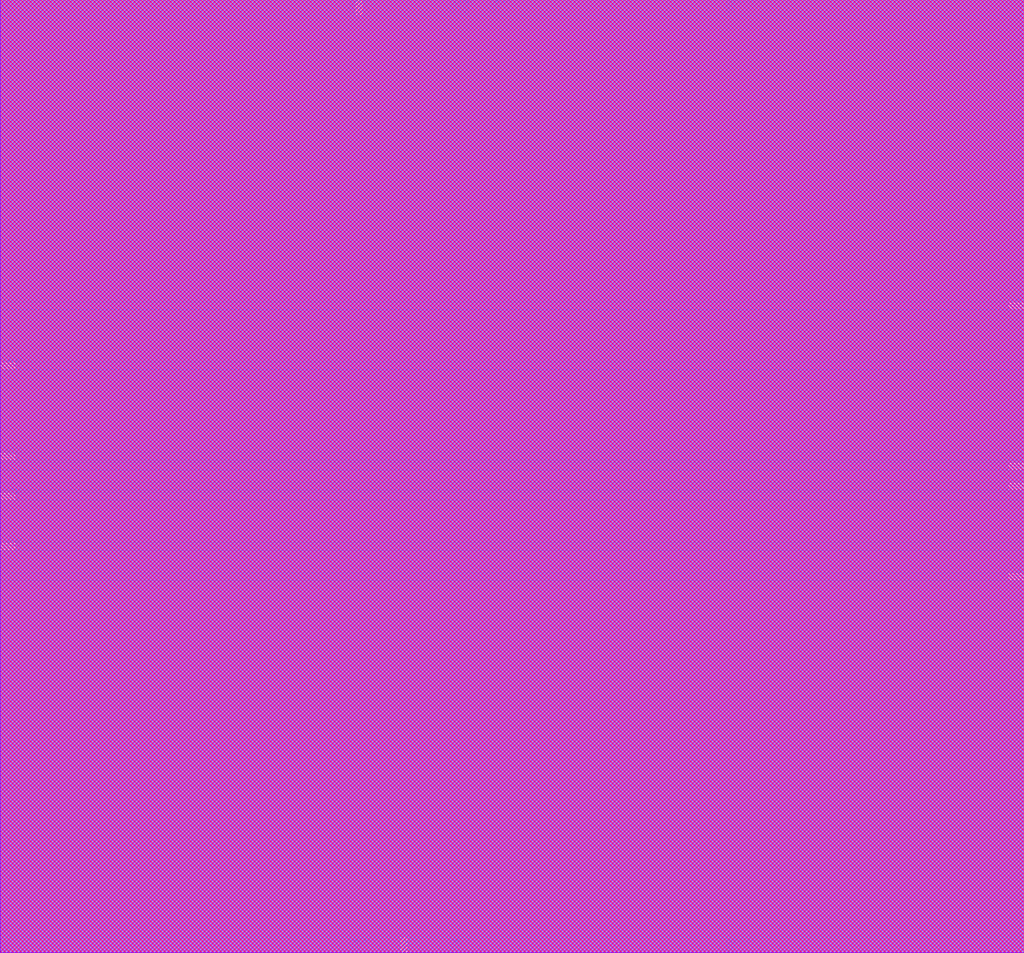
<source format=lef>
##
## LEF for PtnCells ;
## created by Innovus v15.23-s045_1 on Sun Feb 16 19:53:55 2025
##

VERSION 5.8 ;

BUSBITCHARS "[]" ;
DIVIDERCHAR "/" ;

MACRO add
  CLASS BLOCK ;
  SIZE 40.8000 BY 38.0000 ;
  FOREIGN add 0.0000 0.0000 ;
  ORIGIN 0 0 ;
  SYMMETRY X Y R90 ;
  PIN clk
    DIRECTION INPUT ;
    USE SIGNAL ;
    PORT
      LAYER M2 ;
        RECT 18.4500 37.4800 18.5500 38.0000 ;
    END
  END clk
  PIN out[5]
    DIRECTION OUTPUT ;
    USE SIGNAL ;
    PORT
      LAYER M3 ;
        RECT 40.2800 14.9500 40.8000 15.0500 ;
    END
  END out[5]
  PIN out[4]
    DIRECTION OUTPUT ;
    USE SIGNAL ;
    PORT
      LAYER M2 ;
        RECT 29.0500 0.0000 29.1500 0.5200 ;
    END
  END out[4]
  PIN out[3]
    DIRECTION OUTPUT ;
    USE SIGNAL ;
    PORT
      LAYER M3 ;
        RECT 40.2800 19.3500 40.8000 19.4500 ;
    END
  END out[3]
  PIN out[2]
    DIRECTION OUTPUT ;
    USE SIGNAL ;
    PORT
      LAYER M3 ;
        RECT 40.2800 25.7500 40.8000 25.8500 ;
    END
  END out[2]
  PIN out[1]
    DIRECTION OUTPUT ;
    USE SIGNAL ;
    PORT
      LAYER M2 ;
        RECT 29.0500 37.4800 29.1500 38.0000 ;
    END
  END out[1]
  PIN out[0]
    DIRECTION OUTPUT ;
    USE SIGNAL ;
    PORT
      LAYER M3 ;
        RECT 40.2800 18.5500 40.8000 18.6500 ;
    END
  END out[0]
  PIN x[3]
    DIRECTION INPUT ;
    USE SIGNAL ;
    PORT
      LAYER M2 ;
        RECT 16.0500 0.0000 16.1500 0.5200 ;
    END
  END x[3]
  PIN x[2]
    DIRECTION INPUT ;
    USE SIGNAL ;
    PORT
      LAYER M3 ;
        RECT 0.0000 23.3500 0.5200 23.4500 ;
    END
  END x[2]
  PIN x[1]
    DIRECTION INPUT ;
    USE SIGNAL ;
    PORT
      LAYER M2 ;
        RECT 14.0500 37.4800 14.1500 38.0000 ;
    END
  END x[1]
  PIN x[0]
    DIRECTION INPUT ;
    USE SIGNAL ;
    PORT
      LAYER M3 ;
        RECT 0.0000 18.1500 0.5200 18.2500 ;
    END
  END x[0]
  PIN y[3]
    DIRECTION INPUT ;
    USE SIGNAL ;
    PORT
      LAYER M4 ;
        RECT 16.0500 0.0000 16.1500 0.5200 ;
    END
  END y[3]
  PIN y[2]
    DIRECTION INPUT ;
    USE SIGNAL ;
    PORT
      LAYER M3 ;
        RECT 0.0000 19.7500 0.5200 19.8500 ;
    END
  END y[2]
  PIN y[1]
    DIRECTION INPUT ;
    USE SIGNAL ;
    PORT
      LAYER M4 ;
        RECT 14.2500 37.4800 14.3500 38.0000 ;
    END
  END y[1]
  PIN y[0]
    DIRECTION INPUT ;
    USE SIGNAL ;
    PORT
      LAYER M3 ;
        RECT 0.0000 16.1500 0.5200 16.2500 ;
    END
  END y[0]
  PIN z[3]
    DIRECTION INPUT ;
    USE SIGNAL ;
    PORT
      LAYER M2 ;
        RECT 14.0500 0.0000 14.1500 0.5200 ;
    END
  END z[3]
  PIN z[2]
    DIRECTION INPUT ;
    USE SIGNAL ;
    PORT
      LAYER M2 ;
        RECT 19.6500 37.4800 19.7500 38.0000 ;
    END
  END z[2]
  PIN z[1]
    DIRECTION INPUT ;
    USE SIGNAL ;
    PORT
      LAYER M2 ;
        RECT 18.0500 37.4800 18.1500 38.0000 ;
    END
  END z[1]
  PIN z[0]
    DIRECTION INPUT ;
    USE SIGNAL ;
    PORT
      LAYER M2 ;
        RECT 18.0500 0.0000 18.1500 0.5200 ;
    END
  END z[0]
  OBS
    LAYER M1 ;
      RECT 0.0000 0.0000 40.8000 38.0000 ;
    LAYER M2 ;
      RECT 29.2500 37.3800 40.8000 38.0000 ;
      RECT 19.8500 37.3800 28.9500 38.0000 ;
      RECT 18.6500 37.3800 19.5500 38.0000 ;
      RECT 18.2500 37.3800 18.3500 38.0000 ;
      RECT 14.2500 37.3800 17.9500 38.0000 ;
      RECT 0.0000 37.3800 13.9500 38.0000 ;
      RECT 0.0000 0.6200 40.8000 37.3800 ;
      RECT 29.2500 0.0000 40.8000 0.6200 ;
      RECT 18.2500 0.0000 28.9500 0.6200 ;
      RECT 16.2500 0.0000 17.9500 0.6200 ;
      RECT 14.2500 0.0000 15.9500 0.6200 ;
      RECT 0.0000 0.0000 13.9500 0.6200 ;
    LAYER M3 ;
      RECT 0.0000 25.9500 40.8000 38.0000 ;
      RECT 0.0000 25.6500 40.1800 25.9500 ;
      RECT 0.0000 23.5500 40.8000 25.6500 ;
      RECT 0.6200 23.2500 40.8000 23.5500 ;
      RECT 0.0000 19.9500 40.8000 23.2500 ;
      RECT 0.6200 19.6500 40.8000 19.9500 ;
      RECT 0.0000 19.5500 40.8000 19.6500 ;
      RECT 0.0000 19.2500 40.1800 19.5500 ;
      RECT 0.0000 18.7500 40.8000 19.2500 ;
      RECT 0.0000 18.4500 40.1800 18.7500 ;
      RECT 0.0000 18.3500 40.8000 18.4500 ;
      RECT 0.6200 18.0500 40.8000 18.3500 ;
      RECT 0.0000 16.3500 40.8000 18.0500 ;
      RECT 0.6200 16.0500 40.8000 16.3500 ;
      RECT 0.0000 15.1500 40.8000 16.0500 ;
      RECT 0.0000 14.8500 40.1800 15.1500 ;
      RECT 0.0000 0.0000 40.8000 14.8500 ;
    LAYER M4 ;
      RECT 14.4500 37.3800 40.8000 38.0000 ;
      RECT 0.0000 37.3800 14.1500 38.0000 ;
      RECT 0.0000 0.6200 40.8000 37.3800 ;
      RECT 16.2500 0.0000 40.8000 0.6200 ;
      RECT 0.0000 0.0000 15.9500 0.6200 ;
    LAYER M5 ;
      RECT 0.0000 0.0000 40.8000 38.0000 ;
    LAYER M6 ;
      RECT 0.0000 0.0000 40.8000 38.0000 ;
    LAYER M7 ;
      RECT 0.0000 0.0000 40.8000 38.0000 ;
    LAYER M8 ;
      RECT 0.0000 0.0000 40.8000 38.0000 ;
  END
END add

END LIBRARY

</source>
